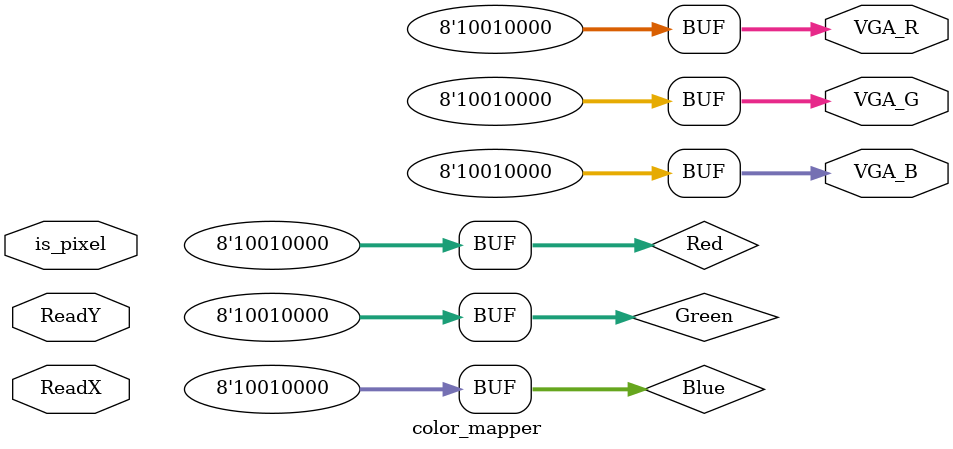
<source format=sv>
module  color_mapper(   input               is_pixel,           // Whether current pixel should be drew
                                                                //   or background
                        input        [9:0]  ReadX, ReadY,       // Current pixel coordinates
                        output logic [7:0]  VGA_R, VGA_G, VGA_B // VGA RGB output
                    );
    
    logic [7:0] Red, Green, Blue;
    
    // Output colors to VGA
    assign VGA_R = Red;
    assign VGA_G = Green;
    assign VGA_B = Blue;
    
    always_comb
    begin
        if (is_pixel == 1'b1)
        begin
            Red = 8'h90;
            Green = 8'h90;
            Blue = 8'h90;
        end
        else
        begin
            // Background with nice color gradient
            Red = 8'h90;
            Green = 8'h90;
            Blue = 8'h90;
        end
    end
    
endmodule

</source>
